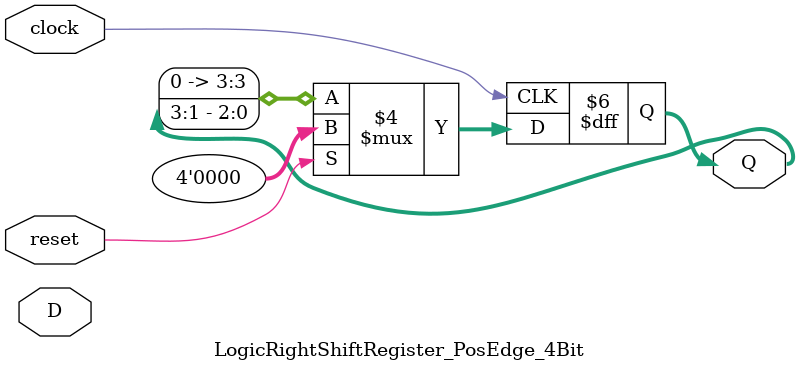
<source format=v>
module LogicRightShiftRegister_PosEdge_4Bit (clock, reset, D, Q);
    input clock;
    input reset;
    input [3:0] D;
    output reg [3:0] Q;

    always @(posedge clock)
    begin
        if (reset)
            Q = 4'b0000;
        else
            Q = Q >> 1 ;        
    end
endmodule

</source>
